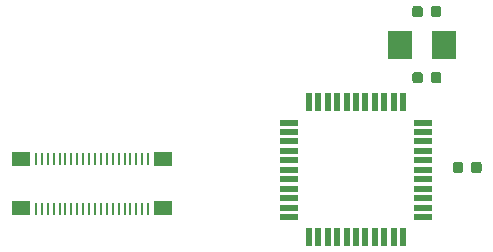
<source format=gbr>
%TF.GenerationSoftware,KiCad,Pcbnew,5.1.5*%
%TF.CreationDate,2020-05-13T22:00:42+02:00*%
%TF.ProjectId,thinkpad-keyboard,7468696e-6b70-4616-942d-6b6579626f61,rev?*%
%TF.SameCoordinates,Original*%
%TF.FileFunction,Paste,Top*%
%TF.FilePolarity,Positive*%
%FSLAX46Y46*%
G04 Gerber Fmt 4.6, Leading zero omitted, Abs format (unit mm)*
G04 Created by KiCad (PCBNEW 5.1.5) date 2020-05-13 22:00:42*
%MOMM*%
%LPD*%
G04 APERTURE LIST*
%ADD10R,0.550000X1.500000*%
%ADD11R,1.500000X0.550000*%
%ADD12R,2.000000X2.400000*%
%ADD13R,1.549400X1.150620*%
%ADD14R,0.203200X1.000760*%
%ADD15C,0.050000*%
G04 APERTURE END LIST*
D10*
X144400000Y-93300000D03*
X143600000Y-93300000D03*
X142800000Y-93300000D03*
X142000000Y-93300000D03*
X141200000Y-93300000D03*
X140400000Y-93300000D03*
X139600000Y-93300000D03*
X138800000Y-93300000D03*
X138000000Y-93300000D03*
X137200000Y-93300000D03*
X136400000Y-93300000D03*
D11*
X134700000Y-91600000D03*
X134700000Y-90800000D03*
X134700000Y-90000000D03*
X134700000Y-89200000D03*
X134700000Y-88400000D03*
X134700000Y-87600000D03*
X134700000Y-86800000D03*
X134700000Y-86000000D03*
X134700000Y-85200000D03*
X134700000Y-84400000D03*
X134700000Y-83600000D03*
D10*
X136400000Y-81900000D03*
X137200000Y-81900000D03*
X138000000Y-81900000D03*
X138800000Y-81900000D03*
X139600000Y-81900000D03*
X140400000Y-81900000D03*
X141200000Y-81900000D03*
X142000000Y-81900000D03*
X142800000Y-81900000D03*
X143600000Y-81900000D03*
X144400000Y-81900000D03*
D11*
X146100000Y-83600000D03*
X146100000Y-84400000D03*
X146100000Y-85200000D03*
X146100000Y-86000000D03*
X146100000Y-86800000D03*
X146100000Y-87600000D03*
X146100000Y-88400000D03*
X146100000Y-89200000D03*
X146100000Y-90000000D03*
X146100000Y-90800000D03*
X146100000Y-91600000D03*
D12*
X147850000Y-77000000D03*
X144150000Y-77000000D03*
D13*
X124075080Y-86725120D03*
D14*
X122299620Y-86648920D03*
X122800000Y-86648920D03*
X121799240Y-86648920D03*
X121298860Y-86648920D03*
X119299880Y-86648920D03*
X119800260Y-86648920D03*
X120801020Y-86648920D03*
X120300640Y-86648920D03*
X118799500Y-86648920D03*
X118299120Y-86648920D03*
X113300400Y-86648920D03*
X113800780Y-86648920D03*
X115299380Y-86648920D03*
X115799760Y-86648920D03*
X114799000Y-86648920D03*
X114301160Y-86648920D03*
X116300140Y-86648920D03*
X116800520Y-86648920D03*
X117798740Y-86648920D03*
X117300900Y-86648920D03*
D13*
X124075080Y-90875480D03*
D14*
X117300900Y-90949140D03*
X117798740Y-90949140D03*
X116800520Y-90949140D03*
X116300140Y-90949140D03*
X114301160Y-90949140D03*
X114799000Y-90949140D03*
X115799760Y-90949140D03*
X115299380Y-90949140D03*
X113800780Y-90949140D03*
X113300400Y-90949140D03*
X118299120Y-90949140D03*
X118799500Y-90949140D03*
X120300640Y-90949140D03*
X120801020Y-90949140D03*
X119800260Y-90949140D03*
X119299880Y-90949140D03*
X121298860Y-90949140D03*
X121799240Y-90949140D03*
X122800000Y-90949140D03*
X122299620Y-90949140D03*
D13*
X112025320Y-86725120D03*
X112025320Y-90875480D03*
D15*
G36*
X149252691Y-86926053D02*
G01*
X149273926Y-86929203D01*
X149294750Y-86934419D01*
X149314962Y-86941651D01*
X149334368Y-86950830D01*
X149352781Y-86961866D01*
X149370024Y-86974654D01*
X149385930Y-86989070D01*
X149400346Y-87004976D01*
X149413134Y-87022219D01*
X149424170Y-87040632D01*
X149433349Y-87060038D01*
X149440581Y-87080250D01*
X149445797Y-87101074D01*
X149448947Y-87122309D01*
X149450000Y-87143750D01*
X149450000Y-87656250D01*
X149448947Y-87677691D01*
X149445797Y-87698926D01*
X149440581Y-87719750D01*
X149433349Y-87739962D01*
X149424170Y-87759368D01*
X149413134Y-87777781D01*
X149400346Y-87795024D01*
X149385930Y-87810930D01*
X149370024Y-87825346D01*
X149352781Y-87838134D01*
X149334368Y-87849170D01*
X149314962Y-87858349D01*
X149294750Y-87865581D01*
X149273926Y-87870797D01*
X149252691Y-87873947D01*
X149231250Y-87875000D01*
X148793750Y-87875000D01*
X148772309Y-87873947D01*
X148751074Y-87870797D01*
X148730250Y-87865581D01*
X148710038Y-87858349D01*
X148690632Y-87849170D01*
X148672219Y-87838134D01*
X148654976Y-87825346D01*
X148639070Y-87810930D01*
X148624654Y-87795024D01*
X148611866Y-87777781D01*
X148600830Y-87759368D01*
X148591651Y-87739962D01*
X148584419Y-87719750D01*
X148579203Y-87698926D01*
X148576053Y-87677691D01*
X148575000Y-87656250D01*
X148575000Y-87143750D01*
X148576053Y-87122309D01*
X148579203Y-87101074D01*
X148584419Y-87080250D01*
X148591651Y-87060038D01*
X148600830Y-87040632D01*
X148611866Y-87022219D01*
X148624654Y-87004976D01*
X148639070Y-86989070D01*
X148654976Y-86974654D01*
X148672219Y-86961866D01*
X148690632Y-86950830D01*
X148710038Y-86941651D01*
X148730250Y-86934419D01*
X148751074Y-86929203D01*
X148772309Y-86926053D01*
X148793750Y-86925000D01*
X149231250Y-86925000D01*
X149252691Y-86926053D01*
G37*
G36*
X150827691Y-86926053D02*
G01*
X150848926Y-86929203D01*
X150869750Y-86934419D01*
X150889962Y-86941651D01*
X150909368Y-86950830D01*
X150927781Y-86961866D01*
X150945024Y-86974654D01*
X150960930Y-86989070D01*
X150975346Y-87004976D01*
X150988134Y-87022219D01*
X150999170Y-87040632D01*
X151008349Y-87060038D01*
X151015581Y-87080250D01*
X151020797Y-87101074D01*
X151023947Y-87122309D01*
X151025000Y-87143750D01*
X151025000Y-87656250D01*
X151023947Y-87677691D01*
X151020797Y-87698926D01*
X151015581Y-87719750D01*
X151008349Y-87739962D01*
X150999170Y-87759368D01*
X150988134Y-87777781D01*
X150975346Y-87795024D01*
X150960930Y-87810930D01*
X150945024Y-87825346D01*
X150927781Y-87838134D01*
X150909368Y-87849170D01*
X150889962Y-87858349D01*
X150869750Y-87865581D01*
X150848926Y-87870797D01*
X150827691Y-87873947D01*
X150806250Y-87875000D01*
X150368750Y-87875000D01*
X150347309Y-87873947D01*
X150326074Y-87870797D01*
X150305250Y-87865581D01*
X150285038Y-87858349D01*
X150265632Y-87849170D01*
X150247219Y-87838134D01*
X150229976Y-87825346D01*
X150214070Y-87810930D01*
X150199654Y-87795024D01*
X150186866Y-87777781D01*
X150175830Y-87759368D01*
X150166651Y-87739962D01*
X150159419Y-87719750D01*
X150154203Y-87698926D01*
X150151053Y-87677691D01*
X150150000Y-87656250D01*
X150150000Y-87143750D01*
X150151053Y-87122309D01*
X150154203Y-87101074D01*
X150159419Y-87080250D01*
X150166651Y-87060038D01*
X150175830Y-87040632D01*
X150186866Y-87022219D01*
X150199654Y-87004976D01*
X150214070Y-86989070D01*
X150229976Y-86974654D01*
X150247219Y-86961866D01*
X150265632Y-86950830D01*
X150285038Y-86941651D01*
X150305250Y-86934419D01*
X150326074Y-86929203D01*
X150347309Y-86926053D01*
X150368750Y-86925000D01*
X150806250Y-86925000D01*
X150827691Y-86926053D01*
G37*
G36*
X147427691Y-79326053D02*
G01*
X147448926Y-79329203D01*
X147469750Y-79334419D01*
X147489962Y-79341651D01*
X147509368Y-79350830D01*
X147527781Y-79361866D01*
X147545024Y-79374654D01*
X147560930Y-79389070D01*
X147575346Y-79404976D01*
X147588134Y-79422219D01*
X147599170Y-79440632D01*
X147608349Y-79460038D01*
X147615581Y-79480250D01*
X147620797Y-79501074D01*
X147623947Y-79522309D01*
X147625000Y-79543750D01*
X147625000Y-80056250D01*
X147623947Y-80077691D01*
X147620797Y-80098926D01*
X147615581Y-80119750D01*
X147608349Y-80139962D01*
X147599170Y-80159368D01*
X147588134Y-80177781D01*
X147575346Y-80195024D01*
X147560930Y-80210930D01*
X147545024Y-80225346D01*
X147527781Y-80238134D01*
X147509368Y-80249170D01*
X147489962Y-80258349D01*
X147469750Y-80265581D01*
X147448926Y-80270797D01*
X147427691Y-80273947D01*
X147406250Y-80275000D01*
X146968750Y-80275000D01*
X146947309Y-80273947D01*
X146926074Y-80270797D01*
X146905250Y-80265581D01*
X146885038Y-80258349D01*
X146865632Y-80249170D01*
X146847219Y-80238134D01*
X146829976Y-80225346D01*
X146814070Y-80210930D01*
X146799654Y-80195024D01*
X146786866Y-80177781D01*
X146775830Y-80159368D01*
X146766651Y-80139962D01*
X146759419Y-80119750D01*
X146754203Y-80098926D01*
X146751053Y-80077691D01*
X146750000Y-80056250D01*
X146750000Y-79543750D01*
X146751053Y-79522309D01*
X146754203Y-79501074D01*
X146759419Y-79480250D01*
X146766651Y-79460038D01*
X146775830Y-79440632D01*
X146786866Y-79422219D01*
X146799654Y-79404976D01*
X146814070Y-79389070D01*
X146829976Y-79374654D01*
X146847219Y-79361866D01*
X146865632Y-79350830D01*
X146885038Y-79341651D01*
X146905250Y-79334419D01*
X146926074Y-79329203D01*
X146947309Y-79326053D01*
X146968750Y-79325000D01*
X147406250Y-79325000D01*
X147427691Y-79326053D01*
G37*
G36*
X145852691Y-79326053D02*
G01*
X145873926Y-79329203D01*
X145894750Y-79334419D01*
X145914962Y-79341651D01*
X145934368Y-79350830D01*
X145952781Y-79361866D01*
X145970024Y-79374654D01*
X145985930Y-79389070D01*
X146000346Y-79404976D01*
X146013134Y-79422219D01*
X146024170Y-79440632D01*
X146033349Y-79460038D01*
X146040581Y-79480250D01*
X146045797Y-79501074D01*
X146048947Y-79522309D01*
X146050000Y-79543750D01*
X146050000Y-80056250D01*
X146048947Y-80077691D01*
X146045797Y-80098926D01*
X146040581Y-80119750D01*
X146033349Y-80139962D01*
X146024170Y-80159368D01*
X146013134Y-80177781D01*
X146000346Y-80195024D01*
X145985930Y-80210930D01*
X145970024Y-80225346D01*
X145952781Y-80238134D01*
X145934368Y-80249170D01*
X145914962Y-80258349D01*
X145894750Y-80265581D01*
X145873926Y-80270797D01*
X145852691Y-80273947D01*
X145831250Y-80275000D01*
X145393750Y-80275000D01*
X145372309Y-80273947D01*
X145351074Y-80270797D01*
X145330250Y-80265581D01*
X145310038Y-80258349D01*
X145290632Y-80249170D01*
X145272219Y-80238134D01*
X145254976Y-80225346D01*
X145239070Y-80210930D01*
X145224654Y-80195024D01*
X145211866Y-80177781D01*
X145200830Y-80159368D01*
X145191651Y-80139962D01*
X145184419Y-80119750D01*
X145179203Y-80098926D01*
X145176053Y-80077691D01*
X145175000Y-80056250D01*
X145175000Y-79543750D01*
X145176053Y-79522309D01*
X145179203Y-79501074D01*
X145184419Y-79480250D01*
X145191651Y-79460038D01*
X145200830Y-79440632D01*
X145211866Y-79422219D01*
X145224654Y-79404976D01*
X145239070Y-79389070D01*
X145254976Y-79374654D01*
X145272219Y-79361866D01*
X145290632Y-79350830D01*
X145310038Y-79341651D01*
X145330250Y-79334419D01*
X145351074Y-79329203D01*
X145372309Y-79326053D01*
X145393750Y-79325000D01*
X145831250Y-79325000D01*
X145852691Y-79326053D01*
G37*
G36*
X145840191Y-73726053D02*
G01*
X145861426Y-73729203D01*
X145882250Y-73734419D01*
X145902462Y-73741651D01*
X145921868Y-73750830D01*
X145940281Y-73761866D01*
X145957524Y-73774654D01*
X145973430Y-73789070D01*
X145987846Y-73804976D01*
X146000634Y-73822219D01*
X146011670Y-73840632D01*
X146020849Y-73860038D01*
X146028081Y-73880250D01*
X146033297Y-73901074D01*
X146036447Y-73922309D01*
X146037500Y-73943750D01*
X146037500Y-74456250D01*
X146036447Y-74477691D01*
X146033297Y-74498926D01*
X146028081Y-74519750D01*
X146020849Y-74539962D01*
X146011670Y-74559368D01*
X146000634Y-74577781D01*
X145987846Y-74595024D01*
X145973430Y-74610930D01*
X145957524Y-74625346D01*
X145940281Y-74638134D01*
X145921868Y-74649170D01*
X145902462Y-74658349D01*
X145882250Y-74665581D01*
X145861426Y-74670797D01*
X145840191Y-74673947D01*
X145818750Y-74675000D01*
X145381250Y-74675000D01*
X145359809Y-74673947D01*
X145338574Y-74670797D01*
X145317750Y-74665581D01*
X145297538Y-74658349D01*
X145278132Y-74649170D01*
X145259719Y-74638134D01*
X145242476Y-74625346D01*
X145226570Y-74610930D01*
X145212154Y-74595024D01*
X145199366Y-74577781D01*
X145188330Y-74559368D01*
X145179151Y-74539962D01*
X145171919Y-74519750D01*
X145166703Y-74498926D01*
X145163553Y-74477691D01*
X145162500Y-74456250D01*
X145162500Y-73943750D01*
X145163553Y-73922309D01*
X145166703Y-73901074D01*
X145171919Y-73880250D01*
X145179151Y-73860038D01*
X145188330Y-73840632D01*
X145199366Y-73822219D01*
X145212154Y-73804976D01*
X145226570Y-73789070D01*
X145242476Y-73774654D01*
X145259719Y-73761866D01*
X145278132Y-73750830D01*
X145297538Y-73741651D01*
X145317750Y-73734419D01*
X145338574Y-73729203D01*
X145359809Y-73726053D01*
X145381250Y-73725000D01*
X145818750Y-73725000D01*
X145840191Y-73726053D01*
G37*
G36*
X147415191Y-73726053D02*
G01*
X147436426Y-73729203D01*
X147457250Y-73734419D01*
X147477462Y-73741651D01*
X147496868Y-73750830D01*
X147515281Y-73761866D01*
X147532524Y-73774654D01*
X147548430Y-73789070D01*
X147562846Y-73804976D01*
X147575634Y-73822219D01*
X147586670Y-73840632D01*
X147595849Y-73860038D01*
X147603081Y-73880250D01*
X147608297Y-73901074D01*
X147611447Y-73922309D01*
X147612500Y-73943750D01*
X147612500Y-74456250D01*
X147611447Y-74477691D01*
X147608297Y-74498926D01*
X147603081Y-74519750D01*
X147595849Y-74539962D01*
X147586670Y-74559368D01*
X147575634Y-74577781D01*
X147562846Y-74595024D01*
X147548430Y-74610930D01*
X147532524Y-74625346D01*
X147515281Y-74638134D01*
X147496868Y-74649170D01*
X147477462Y-74658349D01*
X147457250Y-74665581D01*
X147436426Y-74670797D01*
X147415191Y-74673947D01*
X147393750Y-74675000D01*
X146956250Y-74675000D01*
X146934809Y-74673947D01*
X146913574Y-74670797D01*
X146892750Y-74665581D01*
X146872538Y-74658349D01*
X146853132Y-74649170D01*
X146834719Y-74638134D01*
X146817476Y-74625346D01*
X146801570Y-74610930D01*
X146787154Y-74595024D01*
X146774366Y-74577781D01*
X146763330Y-74559368D01*
X146754151Y-74539962D01*
X146746919Y-74519750D01*
X146741703Y-74498926D01*
X146738553Y-74477691D01*
X146737500Y-74456250D01*
X146737500Y-73943750D01*
X146738553Y-73922309D01*
X146741703Y-73901074D01*
X146746919Y-73880250D01*
X146754151Y-73860038D01*
X146763330Y-73840632D01*
X146774366Y-73822219D01*
X146787154Y-73804976D01*
X146801570Y-73789070D01*
X146817476Y-73774654D01*
X146834719Y-73761866D01*
X146853132Y-73750830D01*
X146872538Y-73741651D01*
X146892750Y-73734419D01*
X146913574Y-73729203D01*
X146934809Y-73726053D01*
X146956250Y-73725000D01*
X147393750Y-73725000D01*
X147415191Y-73726053D01*
G37*
M02*

</source>
